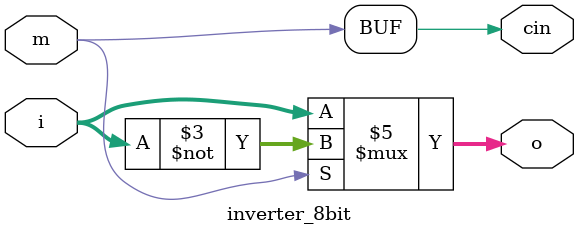
<source format=v>
module inverter_8bit
(input [7:0] i,
input m,
output reg [7:0] o,
output cin);


assign cin = m;

always @* begin
if(m==1)begin
o = ~i;  
end else begin
o = i;
end
end



endmodule
</source>
